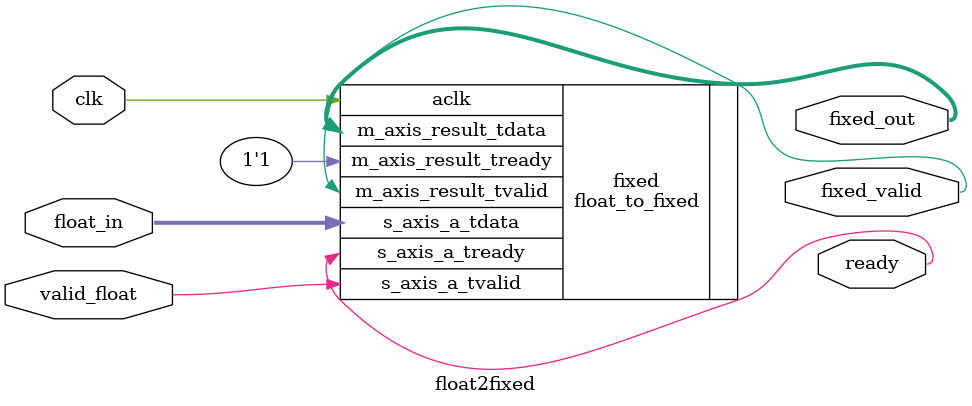
<source format=v>
`timescale 1ns / 1ps


module float2fixed(
         input  wire        clk,
         input  wire        valid_float,
         input  wire [15:0] float_in,
         output wire [15:0] fixed_out,
         output wire        fixed_valid,
         output wire        ready
    );

    
    float_to_fixed fixed(
          .aclk(clk),
          .s_axis_a_tvalid(valid_float),
          .s_axis_a_tready(ready),
          .s_axis_a_tdata(float_in),
          .m_axis_result_tvalid(fixed_valid),
          .m_axis_result_tready(1'b1),
          .m_axis_result_tdata(fixed_out)
    );
    
endmodule

</source>
